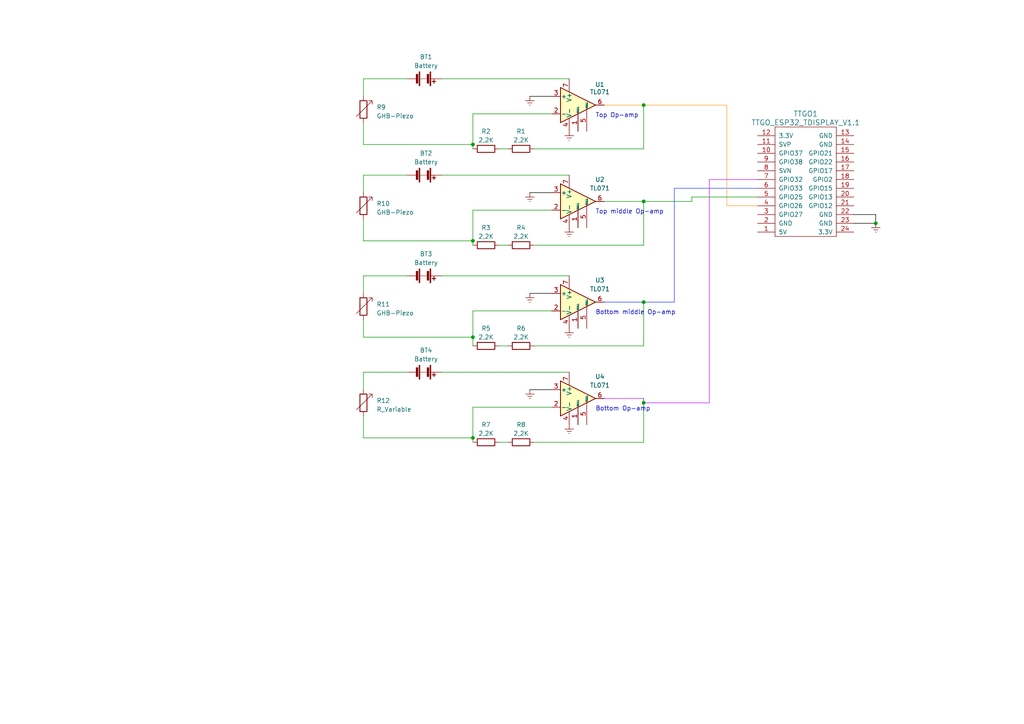
<source format=kicad_sch>
(kicad_sch (version 20230121) (generator eeschema)
  (paper "A4")
  (lib_symbols
    (symbol "Amplifier_Operational:TL071" (pin_names (offset 0.127))
      (property "Reference" "U" (at 0 6.35 0))
      (property "Value" "TL071" (at 0 3.81 0))
      (symbol "TL071_0_1"
        (polyline (pts (xy -5.08 5.08) (xy 5.08 0) (xy -5.08 -5.08) (xy -5.08 5.08)) (stroke (width 0.254)) (fill (type background)))
      )
      (symbol "TL071_1_1"
        (pin input line (at 0 -7.62 90) (length 5.08) (name "NULL") (number "1"))
        (pin input line (at -7.62 -2.54 0) (length 2.54) (name "-") (number "2"))
        (pin input line (at -7.62 2.54 0) (length 2.54) (name "+") (number "3"))
        (pin power_in line (at -2.54 -7.62 90) (length 3.81) (name "V-") (number "4"))
        (pin input line (at 2.54 -7.62 90) (length 6.35) (name "NULL") (number "5"))
        (pin output line (at 7.62 0 180) (length 2.54) (name "~") (number "6"))
        (pin power_in line (at -2.54 7.62 270) (length 3.81) (name "V+") (number "7"))
        (pin no_connect line (at 0 2.54 270) (length 2.54) hide (name "NC") (number "8"))
      )
    )
    (symbol "Device:Battery" (pin_numbers hide) (pin_names (offset 0) hide)
      (property "Reference" "BT" (at 2.54 2.54 0))
      (property "Value" "Battery" (at 2.54 0 0))
      (symbol "Battery_0_1"
        (rectangle (start -2.032 -1.397) (end 2.032 -1.651) (fill (type outline)))
        (rectangle (start -2.032 1.778) (end 2.032 1.524) (fill (type outline)))
        (rectangle (start -1.3208 -1.9812) (end 1.27 -2.4892) (fill (type outline)))
        (rectangle (start -1.3208 1.1938) (end 1.27 0.6858) (fill (type outline)))
        (polyline (pts (xy 0 -1.524) (xy 0 -1.27)))
        (polyline (pts (xy 0 -1.016) (xy 0 -0.762)))
        (polyline (pts (xy 0 -0.508) (xy 0 -0.254)))
        (polyline (pts (xy 0 0) (xy 0 0.254)))
        (polyline (pts (xy 0 0.508) (xy 0 0.762)))
        (polyline (pts (xy 0 1.778) (xy 0 2.54)))
        (polyline (pts (xy 0.254 2.667) (xy 1.27 2.667)) (stroke (width 0.254)))
        (polyline (pts (xy 0.762 3.175) (xy 0.762 2.159)) (stroke (width 0.254)))
      )
      (symbol "Battery_1_1"
        (pin passive line (at 0 5.08 270) (length 2.54) (name "+") (number "1"))
        (pin passive line (at 0 -5.08 90) (length 2.54) (name "-") (number "2"))
      )
    )
    (symbol "Device:R" (pin_numbers hide) (pin_names (offset 0))
      (property "Reference" "R" (at 2.032 0 90))
      (property "Value" "R" (at 0 0 90))
      (symbol "R_0_1"
        (rectangle (start -1.016 -2.54) (end 1.016 2.54) (stroke (width 0.254)))
      )
      (symbol "R_1_1"
        (pin passive line (at 0 3.81 270) (length 1.27) (name "~") (number "1"))
        (pin passive line (at 0 -3.81 90) (length 1.27) (name "~") (number "2"))
      )
    )
    (symbol "Device:R_Variable" (pin_numbers hide) (pin_names (offset 0))
      (property "Reference" "R" (at 2.54 -2.54 90))
      (property "Value" "R_Variable" (at -2.54 -1.27 90))
      (symbol "R_Variable_0_1"
        (rectangle (start -1.016 -2.54) (end 1.016 2.54) (stroke (width 0.254)))
        (polyline (pts (xy 2.54 1.524) (xy 2.54 2.54) (xy 1.524 2.54) (xy 2.54 2.54) (xy -2.032 -2.032)))
      )
      (symbol "R_Variable_1_1"
        (pin passive line (at 0 3.81 270) (length 1.27) (name "~") (number "1"))
        (pin passive line (at 0 -3.81 90) (length 1.27) (name "~") (number "2"))
      )
    )
    (symbol "power:Earth" (power) (pin_names (offset 0))
      (symbol "Earth_0_1"
        (polyline (pts (xy -0.635 -1.905) (xy 0.635 -1.905)))
        (polyline (pts (xy -0.127 -2.54) (xy 0.127 -2.54)))
        (polyline (pts (xy 0 -1.27) (xy 0 0)))
        (polyline (pts (xy 1.27 -1.27) (xy -1.27 -1.27)))
      )
      (symbol "Earth_1_1"
        (pin power_in line (at 0 0 270) (length 0) hide (name "Earth") (number "1"))
      )
    )
    (symbol "ttgo_esp32:TTGO_ESP32_TDISPLAY_V1.1" (pin_names (offset 1.016))
      (property "Reference" "TTGO" (at 8.89 34.29 0))
      (property "Value" "TTGO_ESP32_TDISPLAY_V1.1" (at 8.89 -2.54 0))
      (symbol "TTGO_ESP32_TDISPLAY_V1.1_0_1"
        (rectangle (start 0 0) (end 17.78 31.75))
      )
      (symbol "TTGO_ESP32_TDISPLAY_V1.1_1_1"
        (pin unspecified line (at 22.86 1.27 180) (length 5.08) (name "5V") (number "1"))
        (pin unspecified line (at 22.86 24.13 180) (length 5.08) (name "GPIO37") (number "10"))
        (pin unspecified line (at 22.86 26.67 180) (length 5.08) (name "SVP") (number "11"))
        (pin unspecified line (at 22.86 29.21 180) (length 5.08) (name "3.3V") (number "12"))
        (pin unspecified line (at -5.08 29.21 0) (length 5.08) (name "GND") (number "13"))
        (pin unspecified line (at -5.08 26.67 0) (length 5.08) (name "GND") (number "14"))
        (pin unspecified line (at -5.08 24.13 0) (length 5.08) (name "GPIO21") (number "15"))
        (pin unspecified line (at -5.08 21.59 0) (length 5.08) (name "GPIO22") (number "16"))
        (pin unspecified line (at -5.08 19.05 0) (length 5.08) (name "GPIO17") (number "17"))
        (pin unspecified line (at -5.08 16.51 0) (length 5.08) (name "GPIO2") (number "18"))
        (pin unspecified line (at -5.08 13.97 0) (length 5.08) (name "GPIO15") (number "19"))
        (pin unspecified line (at 22.86 3.81 180) (length 5.08) (name "GND") (number "2"))
        (pin unspecified line (at -5.08 11.43 0) (length 5.08) (name "GPIO13") (number "20"))
        (pin unspecified line (at -5.08 8.89 0) (length 5.08) (name "GPIO12") (number "21"))
        (pin unspecified line (at -5.08 6.35 0) (length 5.08) (name "GND") (number "22"))
        (pin unspecified line (at -5.08 3.81 0) (length 5.08) (name "GND") (number "23"))
        (pin unspecified line (at -5.08 1.27 0) (length 5.08) (name "3.3V") (number "24"))
        (pin unspecified line (at 22.86 6.35 180) (length 5.08) (name "GPIO27") (number "3"))
        (pin unspecified line (at 22.86 8.89 180) (length 5.08) (name "GPIO26") (number "4"))
        (pin unspecified line (at 22.86 11.43 180) (length 5.08) (name "GPIO25") (number "5"))
        (pin unspecified line (at 22.86 13.97 180) (length 5.08) (name "GPIO33") (number "6"))
        (pin unspecified line (at 22.86 16.51 180) (length 5.08) (name "GPIO32") (number "7"))
        (pin unspecified line (at 22.86 19.05 180) (length 5.08) (name "SVN") (number "8"))
        (pin unspecified line (at 22.86 21.59 180) (length 5.08) (name "GPIO38") (number "9"))
      )
    )
  )
  (junction (at 254 64.77))
  (junction (at 137.16 127))
  (junction (at 137.16 41.91))
  (junction (at 186.69 87.63))
  (junction (at 186.69 30.48))
  (junction (at 137.16 69.85))
  (junction (at 186.69 116.84))
  (junction (at 186.69 58.42))
  (junction (at 137.16 97.79))
  (wire (pts (xy 105.41 113.03) (xy 105.41 107.95)))
  (wire (pts (xy 144.78 43.18) (xy 147.32 43.18)))
  (wire (pts (xy 153.67 55.88) (xy 160.02 55.88)) (stroke (width 0) (color 0 0 0 1)))
  (wire (pts (xy 186.69 71.12) (xy 186.69 58.42)))
  (wire (pts (xy 137.16 90.17) (xy 137.16 97.79)))
  (wire (pts (xy 137.16 60.96) (xy 137.16 69.85)))
  (wire (pts (xy 186.69 87.63) (xy 195.58 87.63)) (stroke (width 0) (color 32 53 255 1)))
  (wire (pts (xy 105.41 80.01) (xy 105.41 85.09)))
  (wire (pts (xy 200.66 57.15) (xy 219.71 57.15)))
  (wire (pts (xy 105.41 50.8) (xy 118.11 50.8)))
  (wire (pts (xy 205.74 52.07) (xy 205.74 116.84)) (stroke (width 0) (color 188 13 255 1)))
  (wire (pts (xy 144.78 71.12) (xy 147.32 71.12)))
  (wire (pts (xy 137.16 60.96) (xy 160.02 60.96)))
  (wire (pts (xy 128.27 107.95) (xy 165.1 107.95)))
  (wire (pts (xy 175.26 58.42) (xy 186.69 58.42)))
  (wire (pts (xy 247.65 62.23) (xy 254 62.23)) (stroke (width 0) (color 0 0 0 1)))
  (wire (pts (xy 186.69 128.27) (xy 186.69 116.84)))
  (wire (pts (xy 128.27 50.8) (xy 165.1 50.8)))
  (wire (pts (xy 137.16 90.17) (xy 160.02 90.17)))
  (wire (pts (xy 153.67 113.03) (xy 160.02 113.03)) (stroke (width 0) (color 0 0 0 1)))
  (wire (pts (xy 105.41 69.85) (xy 137.16 69.85)))
  (wire (pts (xy 137.16 127) (xy 137.16 128.27)))
  (wire (pts (xy 154.94 100.33) (xy 186.69 100.33)))
  (wire (pts (xy 210.82 30.48) (xy 210.82 59.69)) (stroke (width 0) (color 255 158 42 1)))
  (wire (pts (xy 105.41 27.94) (xy 105.41 22.86)))
  (wire (pts (xy 105.41 50.8) (xy 105.41 55.88)))
  (wire (pts (xy 186.69 100.33) (xy 186.69 87.63)))
  (wire (pts (xy 205.74 52.07) (xy 219.71 52.07)) (stroke (width 0) (color 188 13 255 1)))
  (wire (pts (xy 137.16 118.11) (xy 137.16 127)))
  (wire (pts (xy 153.67 85.09) (xy 160.02 85.09)) (stroke (width 0) (color 0 0 0 1)))
  (wire (pts (xy 105.41 127) (xy 137.16 127)))
  (wire (pts (xy 105.41 41.91) (xy 105.41 35.56)))
  (wire (pts (xy 186.69 116.84) (xy 186.69 115.57)))
  (wire (pts (xy 154.94 128.27) (xy 186.69 128.27)))
  (wire (pts (xy 105.41 69.85) (xy 105.41 63.5)))
  (wire (pts (xy 144.78 128.27) (xy 147.32 128.27)))
  (wire (pts (xy 137.16 33.02) (xy 160.02 33.02)))
  (wire (pts (xy 186.69 58.42) (xy 200.66 58.42)))
  (wire (pts (xy 105.41 22.86) (xy 118.11 22.86)))
  (wire (pts (xy 175.26 30.48) (xy 186.69 30.48)) (stroke (width 0) (color 255 158 42 1)))
  (wire (pts (xy 200.66 58.42) (xy 200.66 57.15)))
  (wire (pts (xy 154.94 43.18) (xy 186.69 43.18)))
  (wire (pts (xy 210.82 59.69) (xy 219.71 59.69)) (stroke (width 0) (color 255 158 42 1)))
  (wire (pts (xy 137.16 69.85) (xy 137.16 71.12)))
  (wire (pts (xy 195.58 54.61) (xy 195.58 87.63)) (stroke (width 0) (color 32 53 255 1)))
  (wire (pts (xy 195.58 54.61) (xy 219.71 54.61)) (stroke (width 0) (color 32 53 255 1)))
  (wire (pts (xy 254 62.23) (xy 254 64.77)) (stroke (width 0) (color 0 0 0 1)))
  (wire (pts (xy 154.94 71.12) (xy 186.69 71.12)))
  (wire (pts (xy 175.26 87.63) (xy 186.69 87.63)) (stroke (width 0) (color 32 53 255 1)))
  (wire (pts (xy 186.69 116.84) (xy 186.69 115.57)) (stroke (width 0) (color 188 13 255 1)))
  (wire (pts (xy 128.27 22.86) (xy 165.1 22.86)))
  (wire (pts (xy 137.16 33.02) (xy 137.16 41.91)))
  (wire (pts (xy 137.16 41.91) (xy 137.16 43.18)))
  (wire (pts (xy 186.69 43.18) (xy 186.69 30.48)))
  (wire (pts (xy 137.16 118.11) (xy 160.02 118.11)))
  (wire (pts (xy 144.78 100.33) (xy 147.32 100.33)))
  (wire (pts (xy 137.16 97.79) (xy 137.16 100.33)))
  (wire (pts (xy 175.26 115.57) (xy 186.69 115.57)) (stroke (width 0) (color 188 13 255 1)))
  (wire (pts (xy 105.41 41.91) (xy 137.16 41.91)))
  (wire (pts (xy 186.69 30.48) (xy 210.82 30.48)) (stroke (width 0) (color 255 158 42 1)))
  (wire (pts (xy 105.41 80.01) (xy 118.11 80.01)))
  (wire (pts (xy 165.1 80.01) (xy 128.27 80.01)))
  (wire (pts (xy 105.41 97.79) (xy 105.41 92.71)))
  (wire (pts (xy 153.67 27.94) (xy 160.02 27.94)) (stroke (width 0) (color 0 0 0 1)))
  (wire (pts (xy 186.69 116.84) (xy 205.74 116.84)) (stroke (width 0) (color 188 13 255 1)))
  (wire (pts (xy 105.41 127) (xy 105.41 120.65)))
  (wire (pts (xy 105.41 107.95) (xy 118.11 107.95)))
  (wire (pts (xy 247.65 64.77) (xy 254 64.77)) (stroke (width 0) (color 0 0 0 1)))
  (wire (pts (xy 105.41 97.79) (xy 137.16 97.79)))
  (text "Top middle Op-amp" (at 172.72 62.23 0) (effects (font (size 1.27 1.27)) (justify left bottom)))
  (text "Bottom middle Op-amp" (at 172.72 91.44 0) (effects (font (size 1.27 1.27)) (justify left bottom)))
  (text "Top Op-amp" (at 172.72 34.29 0) (effects (font (size 1.27 1.27)) (justify left bottom)))
  (text "Bottom Op-amp" (at 172.72 119.38 0) (effects (font (size 1.27 1.27)) (justify left bottom)))
  (symbol (lib_id "Amplifier_Operational:TL071") (at 167.64 30.48 0) (unit 1)
    (property "Reference" "U1" (at 173.99 24.5111 0))
    (property "Value" "TL071" (at 173.99 26.67 0))
    (property "Datasheet" "http://www.ti.com/lit/ds/symlink/tl071.pdf" (effects hide))
  )
  (symbol (lib_id "Device:R") (at 140.97 43.18 90) (unit 1)
    (property "Reference" "R2" (at 140.97 38.1 90))
    (property "Value" "2,2K" (at 140.97 40.64 90))
    (property "Footprint" "Resistor_THT:R_Box_L8.4mm_W2.5mm_P5.08mm" (effects hide))
  )
  (symbol (lib_id "Device:R") (at 140.97 100.33 90) (unit 1)
    (property "Reference" "R5" (at 140.97 95.25 90))
    (property "Value" "2,2K" (at 140.97 97.79 90))
    (property "Footprint" "Resistor_THT:R_Box_L8.4mm_W2.5mm_P5.08mm" (effects hide))
  )
  (symbol (lib_id "power:Earth") (at 153.67 113.03 0) (unit 1)
    (property "Reference" "#PWR09" (effects hide))
    (property "Value" "Earth" (effects hide))
  )
  (symbol (lib_id "power:Earth") (at 165.1 66.04 0) (unit 1)
    (property "Reference" "#PWR04" (effects hide))
    (property "Value" "Earth" (effects hide))
  )
  (symbol (lib_id "Device:R_Variable") (at 105.41 116.84 0) (unit 1)
    (property "Reference" "R12" (at 109.22 116.205 0) (effects (justify left)))
    (property "Value" "R_Variable" (at 109.22 118.745 0) (effects (justify left)))
    (property "Footprint" "Resistor_THT:R_Box_L14.0mm_W5.0mm_P9.00mm" (effects hide))
  )
  (symbol (lib_id "Device:R") (at 151.13 100.33 90) (unit 1)
    (property "Reference" "R6" (at 151.13 95.25 90))
    (property "Value" "2,2K" (at 151.13 97.79 90))
    (property "Footprint" "Resistor_THT:R_Box_L8.4mm_W2.5mm_P5.08mm" (effects hide))
  )
  (symbol (lib_id "Amplifier_Operational:TL071") (at 167.64 115.57 0) (unit 1)
    (property "Reference" "U4" (at 173.99 109.22 0))
    (property "Value" "TL071" (at 173.99 111.76 0))
    (property "Datasheet" "http://www.ti.com/lit/ds/symlink/tl071.pdf" (effects hide))
  )
  (symbol (lib_id "Device:Battery") (at 123.19 80.01 270) (unit 1)
    (property "Reference" "BT3" (at 123.571 73.66 90))
    (property "Value" "Battery" (at 123.571 76.2 90))
    (property "Footprint" "Battery:BatteryHolder_Eagle_12BH611-GR" (effects hide))
  )
  (symbol (lib_id "Device:R_Variable") (at 105.41 88.9 0) (unit 1)
    (property "Reference" "R11" (at 109.22 88.265 0) (effects (justify left)))
    (property "Value" "GHB-Piezo" (at 109.22 90.805 0) (effects (justify left)))
    (property "Footprint" "Resistor_THT:R_Box_L14.0mm_W5.0mm_P9.00mm" (effects hide))
  )
  (symbol (lib_id "Device:Battery") (at 123.19 50.8 270) (unit 1)
    (property "Reference" "BT2" (at 123.571 44.45 90))
    (property "Value" "Battery" (at 123.571 46.99 90))
    (property "Footprint" "Battery:BatteryHolder_Eagle_12BH611-GR" (effects hide))
  )
  (symbol (lib_id "Device:R") (at 151.13 43.18 90) (unit 1)
    (property "Reference" "R1" (at 151.13 38.1 90))
    (property "Value" "2,2K" (at 151.13 40.64 90))
    (property "Footprint" "Resistor_THT:R_Box_L8.4mm_W2.5mm_P5.08mm" (effects hide))
  )
  (symbol (lib_id "Amplifier_Operational:TL071") (at 167.64 87.63 0) (unit 1)
    (property "Reference" "U3" (at 173.99 81.28 0))
    (property "Value" "TL071" (at 173.99 83.82 0))
    (property "Datasheet" "http://www.ti.com/lit/ds/symlink/tl071.pdf" (effects hide))
  )
  (symbol (lib_id "ttgo_esp32:TTGO_ESP32_TDISPLAY_V1.1") (at 242.57 68.58 0) (mirror y) (unit 1)
    (property "Reference" "TTGO1" (at 233.68 33.02 0) (effects (font (size 1.524 1.524))))
    (property "Value" "TTGO_ESP32_TDISPLAY_V1.1" (at 233.68 35.56 0) (effects (font (size 1.524 1.524))))
    (property "Footprint" "ttgo-tdisplay-kicad-master:TTGO_ESP32_TDisplay_v1.1" (effects hide))
  )
  (symbol (lib_id "Device:R_Variable") (at 105.41 59.69 0) (unit 1)
    (property "Reference" "R10" (at 109.22 59.055 0) (effects (justify left)))
    (property "Value" "GHB-Piezo" (at 109.22 61.595 0) (effects (justify left)))
    (property "Footprint" "Resistor_THT:R_Box_L14.0mm_W5.0mm_P9.00mm" (effects hide))
  )
  (symbol (lib_id "power:Earth") (at 165.1 123.19 0) (unit 1)
    (property "Reference" "#PWR03" (effects hide))
    (property "Value" "Earth" (effects hide))
  )
  (symbol (lib_id "Device:R") (at 151.13 128.27 90) (unit 1)
    (property "Reference" "R8" (at 151.13 123.19 90))
    (property "Value" "2,2K" (at 151.13 125.73 90))
    (property "Footprint" "Resistor_THT:R_Box_L8.4mm_W2.5mm_P5.08mm" (effects hide))
  )
  (symbol (lib_id "Device:R") (at 140.97 71.12 90) (unit 1)
    (property "Reference" "R3" (at 140.97 66.04 90))
    (property "Value" "2,2K" (at 140.97 68.58 90))
    (property "Footprint" "Resistor_THT:R_Box_L8.4mm_W2.5mm_P5.08mm" (effects hide))
  )
  (symbol (lib_id "power:Earth") (at 153.67 27.94 0) (unit 1)
    (property "Reference" "#PWR06" (effects hide))
    (property "Value" "Earth" (effects hide))
  )
  (symbol (lib_id "power:Earth") (at 153.67 55.88 0) (unit 1)
    (property "Reference" "#PWR07" (effects hide))
    (property "Value" "Earth" (effects hide))
  )
  (symbol (lib_id "Device:R") (at 140.97 128.27 90) (unit 1)
    (property "Reference" "R7" (at 140.97 123.19 90))
    (property "Value" "2,2K" (at 140.97 125.73 90))
    (property "Footprint" "Resistor_THT:R_Box_L8.4mm_W2.5mm_P5.08mm" (effects hide))
  )
  (symbol (lib_id "power:Earth") (at 165.1 38.1 0) (unit 1)
    (property "Reference" "#PWR05" (effects hide))
    (property "Value" "Earth" (effects hide))
  )
  (symbol (lib_id "power:Earth") (at 254 64.77 0) (unit 1)
    (property "Reference" "#PWR01" (effects hide))
    (property "Value" "Earth" (effects hide))
  )
  (symbol (lib_id "Device:Battery") (at 123.19 22.86 270) (unit 1)
    (property "Reference" "BT1" (at 123.571 16.51 90))
    (property "Value" "Battery" (at 123.571 19.05 90))
    (property "Footprint" "Battery:BatteryHolder_Eagle_12BH611-GR" (effects hide))
  )
  (symbol (lib_id "power:Earth") (at 153.67 85.09 0) (unit 1)
    (property "Reference" "#PWR08" (effects hide))
    (property "Value" "Earth" (effects hide))
  )
  (symbol (lib_id "Device:R") (at 151.13 71.12 90) (unit 1)
    (property "Reference" "R4" (at 151.13 66.04 90))
    (property "Value" "2,2K" (at 151.13 68.58 90))
    (property "Footprint" "Resistor_THT:R_Box_L8.4mm_W2.5mm_P5.08mm" (effects hide))
  )
  (symbol (lib_id "Device:R_Variable") (at 105.41 31.75 0) (unit 1)
    (property "Reference" "R9" (at 109.22 31.115 0) (effects (justify left)))
    (property "Value" "GHB-Piezo" (at 109.22 33.655 0) (effects (justify left)))
    (property "Footprint" "Resistor_THT:R_Box_L14.0mm_W5.0mm_P9.00mm" (effects hide))
  )
  (symbol (lib_id "power:Earth") (at 165.1 95.25 0) (unit 1)
    (property "Reference" "#PWR02" (effects hide))
    (property "Value" "Earth" (effects hide))
  )
  (symbol (lib_id "Device:Battery") (at 123.19 107.95 270) (unit 1)
    (property "Reference" "BT4" (at 123.571 101.6 90))
    (property "Value" "Battery" (at 123.571 104.14 90))
    (property "Footprint" "Battery:BatteryHolder_Eagle_12BH611-GR" (effects hide))
  )
  (symbol (lib_id "Amplifier_Operational:TL071") (at 167.64 58.42 0) (unit 1)
    (property "Reference" "U2" (at 173.99 52.07 0))
    (property "Value" "TL071" (at 173.99 54.61 0))
    (property "Datasheet" "http://www.ti.com/lit/ds/symlink/tl071.pdf" (effects hide))
  )
)
</source>
